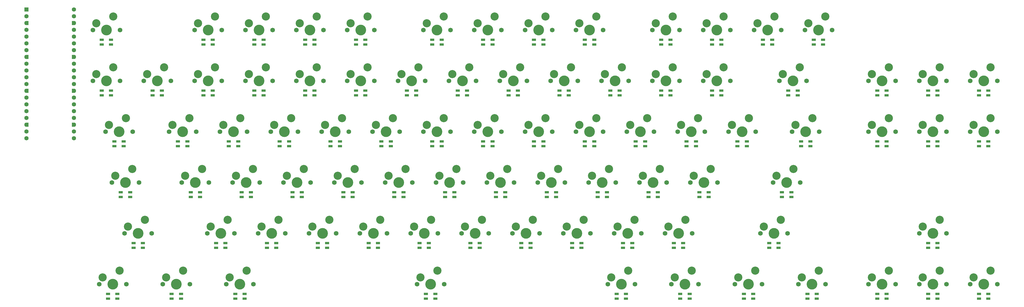
<source format=gbr>
%TF.GenerationSoftware,KiCad,Pcbnew,9.0.1*%
%TF.CreationDate,2025-06-19T17:06:31+02:00*%
%TF.ProjectId,Lucenox,4c756365-6e6f-4782-9e6b-696361645f70,rev?*%
%TF.SameCoordinates,Original*%
%TF.FileFunction,Soldermask,Top*%
%TF.FilePolarity,Negative*%
%FSLAX46Y46*%
G04 Gerber Fmt 4.6, Leading zero omitted, Abs format (unit mm)*
G04 Created by KiCad (PCBNEW 9.0.1) date 2025-06-19 17:06:31*
%MOMM*%
%LPD*%
G01*
G04 APERTURE LIST*
G04 Aperture macros list*
%AMRoundRect*
0 Rectangle with rounded corners*
0 $1 Rounding radius*
0 $2 $3 $4 $5 $6 $7 $8 $9 X,Y pos of 4 corners*
0 Add a 4 corners polygon primitive as box body*
4,1,4,$2,$3,$4,$5,$6,$7,$8,$9,$2,$3,0*
0 Add four circle primitives for the rounded corners*
1,1,$1+$1,$2,$3*
1,1,$1+$1,$4,$5*
1,1,$1+$1,$6,$7*
1,1,$1+$1,$8,$9*
0 Add four rect primitives between the rounded corners*
20,1,$1+$1,$2,$3,$4,$5,0*
20,1,$1+$1,$4,$5,$6,$7,0*
20,1,$1+$1,$6,$7,$8,$9,0*
20,1,$1+$1,$8,$9,$2,$3,0*%
%AMFreePoly0*
4,1,37,0.603843,0.796157,0.639018,0.796157,0.711114,0.766294,0.766294,0.711114,0.796157,0.639018,0.796157,0.603843,0.800000,0.600000,0.800000,-0.600000,0.796157,-0.603843,0.796157,-0.639018,0.766294,-0.711114,0.711114,-0.766294,0.639018,-0.796157,0.603843,-0.796157,0.600000,-0.800000,0.000000,-0.800000,0.000000,-0.796148,-0.078414,-0.796148,-0.232228,-0.765552,-0.377117,-0.705537,
-0.507515,-0.618408,-0.618408,-0.507515,-0.705537,-0.377117,-0.765552,-0.232228,-0.796148,-0.078414,-0.796148,0.078414,-0.765552,0.232228,-0.705537,0.377117,-0.618408,0.507515,-0.507515,0.618408,-0.377117,0.705537,-0.232228,0.765552,-0.078414,0.796148,0.000000,0.796148,0.000000,0.800000,0.600000,0.800000,0.603843,0.796157,0.603843,0.796157,$1*%
%AMFreePoly1*
4,1,37,0.000000,0.796148,0.078414,0.796148,0.232228,0.765552,0.377117,0.705537,0.507515,0.618408,0.618408,0.507515,0.705537,0.377117,0.765552,0.232228,0.796148,0.078414,0.796148,-0.078414,0.765552,-0.232228,0.705537,-0.377117,0.618408,-0.507515,0.507515,-0.618408,0.377117,-0.705537,0.232228,-0.765552,0.078414,-0.796148,0.000000,-0.796148,0.000000,-0.800000,-0.600000,-0.800000,
-0.603843,-0.796157,-0.639018,-0.796157,-0.711114,-0.766294,-0.766294,-0.711114,-0.796157,-0.639018,-0.796157,-0.603843,-0.800000,-0.600000,-0.800000,0.600000,-0.796157,0.603843,-0.796157,0.639018,-0.766294,0.711114,-0.711114,0.766294,-0.639018,0.796157,-0.603843,0.796157,-0.600000,0.800000,0.000000,0.800000,0.000000,0.796148,0.000000,0.796148,$1*%
G04 Aperture macros list end*
%ADD10RoundRect,0.200000X-0.600000X-0.600000X0.600000X-0.600000X0.600000X0.600000X-0.600000X0.600000X0*%
%ADD11C,1.600000*%
%ADD12FreePoly0,0.000000*%
%ADD13FreePoly1,0.000000*%
%ADD14R,1.600000X0.850000*%
%ADD15C,1.750000*%
%ADD16C,3.050000*%
%ADD17C,4.000000*%
G04 APERTURE END LIST*
D10*
%TO.C,A1*%
X26360000Y-40182500D03*
D11*
X26360000Y-42722500D03*
D12*
X26360000Y-45262500D03*
D11*
X26360000Y-47802500D03*
X26360000Y-50342500D03*
X26360000Y-52882500D03*
X26360000Y-55422500D03*
D12*
X26360000Y-57962500D03*
D11*
X26360000Y-60502500D03*
X26360000Y-63042500D03*
X26360000Y-65582500D03*
X26360000Y-68122500D03*
D12*
X26360000Y-70662500D03*
D11*
X26360000Y-73202500D03*
X26360000Y-75742500D03*
X26360000Y-78282500D03*
X26360000Y-80822500D03*
D12*
X26360000Y-83362500D03*
D11*
X26360000Y-85902500D03*
X26360000Y-88442500D03*
X44140000Y-88442500D03*
X44140000Y-85902500D03*
D13*
X44140000Y-83362500D03*
D11*
X44140000Y-80822500D03*
X44140000Y-78282500D03*
X44140000Y-75742500D03*
X44140000Y-73202500D03*
D13*
X44140000Y-70662500D03*
D11*
X44140000Y-68122500D03*
X44140000Y-65582500D03*
X44140000Y-63042500D03*
X44140000Y-60502500D03*
D13*
X44140000Y-57962500D03*
D11*
X44140000Y-55422500D03*
X44140000Y-52882500D03*
X44140000Y-50342500D03*
X44140000Y-47802500D03*
D13*
X44140000Y-45262500D03*
D11*
X44140000Y-42722500D03*
X44140000Y-40182500D03*
%TD*%
D14*
%TO.C,LED71*%
X268830000Y-127725000D03*
X268830000Y-129475000D03*
X272330000Y-129475000D03*
X272330000Y-127725000D03*
%TD*%
D15*
%TO.C,SW_12*%
X298837500Y-47900000D03*
D16*
X300107500Y-45360000D03*
D17*
X303917500Y-47900000D03*
D16*
X306457500Y-42820000D03*
D15*
X308997500Y-47900000D03*
%TD*%
%TO.C,SW_71*%
X265500000Y-124100000D03*
D16*
X266770000Y-121560000D03*
D17*
X270580000Y-124100000D03*
D16*
X273120000Y-119020000D03*
D15*
X275660000Y-124100000D03*
%TD*%
D14*
%TO.C,LED56*%
X221205000Y-108675000D03*
X221205000Y-110425000D03*
X224705000Y-110425000D03*
X224705000Y-108675000D03*
%TD*%
D15*
%TO.C,SW_45*%
X341700000Y-86000000D03*
D16*
X342970000Y-83460000D03*
D17*
X346780000Y-86000000D03*
D16*
X349320000Y-80920000D03*
D15*
X351860000Y-86000000D03*
%TD*%
D14*
%TO.C,LED1*%
X54517500Y-51525000D03*
X54517500Y-53275000D03*
X58017500Y-53275000D03*
X58017500Y-51525000D03*
%TD*%
%TO.C,LED78*%
X247398800Y-146775000D03*
X247398800Y-148525000D03*
X250898800Y-148525000D03*
X250898800Y-146775000D03*
%TD*%
%TO.C,LED81*%
X318836300Y-146775000D03*
X318836300Y-148525000D03*
X322336300Y-148525000D03*
X322336300Y-146775000D03*
%TD*%
%TO.C,LED41*%
X254542500Y-89625000D03*
X254542500Y-91375000D03*
X258042500Y-91375000D03*
X258042500Y-89625000D03*
%TD*%
D15*
%TO.C,SW_37*%
X175012500Y-86000000D03*
D16*
X176282500Y-83460000D03*
D17*
X180092500Y-86000000D03*
D16*
X182632500Y-80920000D03*
D15*
X185172500Y-86000000D03*
%TD*%
D14*
%TO.C,LED16*%
X92617500Y-70575000D03*
X92617500Y-72325000D03*
X96117500Y-72325000D03*
X96117500Y-70575000D03*
%TD*%
D15*
%TO.C,SW_16*%
X89287500Y-66950000D03*
D16*
X90557500Y-64410000D03*
D17*
X94367500Y-66950000D03*
D16*
X96907500Y-61870000D03*
D15*
X99447500Y-66950000D03*
%TD*%
%TO.C,SW_60*%
X305981300Y-105050000D03*
D16*
X307251300Y-102510000D03*
D17*
X311061300Y-105050000D03*
D16*
X313601300Y-99970000D03*
D15*
X316141300Y-105050000D03*
%TD*%
D14*
%TO.C,LED65*%
X154530000Y-127725000D03*
X154530000Y-129475000D03*
X158030000Y-129475000D03*
X158030000Y-127725000D03*
%TD*%
D15*
%TO.C,SW_14*%
X51187500Y-66950000D03*
D16*
X52457500Y-64410000D03*
D17*
X56267500Y-66950000D03*
D16*
X58807500Y-61870000D03*
D15*
X61347500Y-66950000D03*
%TD*%
%TO.C,SW_72*%
X301218800Y-124100000D03*
D16*
X302488800Y-121560000D03*
D17*
X306298800Y-124100000D03*
D16*
X308838800Y-119020000D03*
D15*
X311378800Y-124100000D03*
%TD*%
%TO.C,SW_7*%
X194062500Y-47900000D03*
D16*
X195332500Y-45360000D03*
D17*
X199142500Y-47900000D03*
D16*
X201682500Y-42820000D03*
D15*
X204222500Y-47900000D03*
%TD*%
%TO.C,SW_43*%
X289312500Y-86000000D03*
D16*
X290582500Y-83460000D03*
D17*
X294392500Y-86000000D03*
D16*
X296932500Y-80920000D03*
D15*
X299472500Y-86000000D03*
%TD*%
%TO.C,SW_11*%
X279787500Y-47900000D03*
D16*
X281057500Y-45360000D03*
D17*
X284867500Y-47900000D03*
D16*
X287407500Y-42820000D03*
D15*
X289947500Y-47900000D03*
%TD*%
D14*
%TO.C,LED30*%
X383130000Y-70575000D03*
X383130000Y-72325000D03*
X386630000Y-72325000D03*
X386630000Y-70575000D03*
%TD*%
%TO.C,LED24*%
X245017500Y-70575000D03*
X245017500Y-72325000D03*
X248517500Y-72325000D03*
X248517500Y-70575000D03*
%TD*%
%TO.C,LED33*%
X102142500Y-89625000D03*
X102142500Y-91375000D03*
X105642500Y-91375000D03*
X105642500Y-89625000D03*
%TD*%
%TO.C,LED35*%
X140242500Y-89625000D03*
X140242500Y-91375000D03*
X143742500Y-91375000D03*
X143742500Y-89625000D03*
%TD*%
%TO.C,LED73*%
X364080000Y-127725000D03*
X364080000Y-129475000D03*
X367580000Y-129475000D03*
X367580000Y-127725000D03*
%TD*%
%TO.C,LED4*%
X130717500Y-51525000D03*
X130717500Y-53275000D03*
X134217500Y-53275000D03*
X134217500Y-51525000D03*
%TD*%
D15*
%TO.C,SW_24*%
X241687500Y-66950000D03*
D16*
X242957500Y-64410000D03*
D17*
X246767500Y-66950000D03*
D16*
X249307500Y-61870000D03*
D15*
X251847500Y-66950000D03*
%TD*%
%TO.C,SW_84*%
X379800000Y-143150000D03*
D16*
X381070000Y-140610000D03*
D17*
X384880000Y-143150000D03*
D16*
X387420000Y-138070000D03*
D15*
X389960000Y-143150000D03*
%TD*%
%TO.C,SW_34*%
X117862500Y-86000000D03*
D16*
X119132500Y-83460000D03*
D17*
X122942500Y-86000000D03*
D16*
X125482500Y-80920000D03*
D15*
X128022500Y-86000000D03*
%TD*%
%TO.C,SW_54*%
X179775000Y-105050000D03*
D16*
X181045000Y-102510000D03*
D17*
X184855000Y-105050000D03*
D16*
X187395000Y-99970000D03*
D15*
X189935000Y-105050000D03*
%TD*%
D14*
%TO.C,LED15*%
X73567500Y-70575000D03*
X73567500Y-72325000D03*
X77067500Y-72325000D03*
X77067500Y-70575000D03*
%TD*%
D15*
%TO.C,SW_49*%
X84525000Y-105050000D03*
D16*
X85795000Y-102510000D03*
D17*
X89605000Y-105050000D03*
D16*
X92145000Y-99970000D03*
D15*
X94685000Y-105050000D03*
%TD*%
D14*
%TO.C,LED62*%
X97380000Y-127725000D03*
X97380000Y-129475000D03*
X100880000Y-129475000D03*
X100880000Y-127725000D03*
%TD*%
%TO.C,LED42*%
X273592500Y-89625000D03*
X273592500Y-91375000D03*
X277092500Y-91375000D03*
X277092500Y-89625000D03*
%TD*%
%TO.C,LED46*%
X364080000Y-89625000D03*
X364080000Y-91375000D03*
X367580000Y-91375000D03*
X367580000Y-89625000D03*
%TD*%
%TO.C,LED14*%
X54517500Y-70575000D03*
X54517500Y-72325000D03*
X58017500Y-72325000D03*
X58017500Y-70575000D03*
%TD*%
D15*
%TO.C,SW_19*%
X146437500Y-66950000D03*
D16*
X147707500Y-64410000D03*
D17*
X151517500Y-66950000D03*
D16*
X154057500Y-61870000D03*
D15*
X156597500Y-66950000D03*
%TD*%
%TO.C,SW_8*%
X213112500Y-47900000D03*
D16*
X214382500Y-45360000D03*
D17*
X218192500Y-47900000D03*
D16*
X220732500Y-42820000D03*
D15*
X223272500Y-47900000D03*
%TD*%
%TO.C,SW_26*%
X279787500Y-66950000D03*
D16*
X281057500Y-64410000D03*
D17*
X284867500Y-66950000D03*
D16*
X287407500Y-61870000D03*
D15*
X289947500Y-66950000D03*
%TD*%
D14*
%TO.C,LED2*%
X92617500Y-51525000D03*
X92617500Y-53275000D03*
X96117500Y-53275000D03*
X96117500Y-51525000D03*
%TD*%
D15*
%TO.C,SW_13*%
X317887500Y-47900000D03*
D16*
X319157500Y-45360000D03*
D17*
X322967500Y-47900000D03*
D16*
X325507500Y-42820000D03*
D15*
X328047500Y-47900000D03*
%TD*%
D14*
%TO.C,LED32*%
X83092500Y-89625000D03*
X83092500Y-91375000D03*
X86592500Y-91375000D03*
X86592500Y-89625000D03*
%TD*%
%TO.C,LED23*%
X225967500Y-70575000D03*
X225967500Y-72325000D03*
X229467500Y-72325000D03*
X229467500Y-70575000D03*
%TD*%
D15*
%TO.C,SW_33*%
X98812500Y-86000000D03*
D16*
X100082500Y-83460000D03*
D17*
X103892500Y-86000000D03*
D16*
X106432500Y-80920000D03*
D15*
X108972500Y-86000000D03*
%TD*%
%TO.C,SW_58*%
X255975000Y-105050000D03*
D16*
X257245000Y-102510000D03*
D17*
X261055000Y-105050000D03*
D16*
X263595000Y-99970000D03*
D15*
X266135000Y-105050000D03*
%TD*%
%TO.C,SW_17*%
X108337500Y-66950000D03*
D16*
X109607500Y-64410000D03*
D17*
X113417500Y-66950000D03*
D16*
X115957500Y-61870000D03*
D15*
X118497500Y-66950000D03*
%TD*%
%TO.C,SW_9*%
X232162500Y-47900000D03*
D16*
X233432500Y-45360000D03*
D17*
X237242500Y-47900000D03*
D16*
X239782500Y-42820000D03*
D15*
X242322500Y-47900000D03*
%TD*%
D14*
%TO.C,LED47*%
X383130000Y-89625000D03*
X383130000Y-91375000D03*
X386630000Y-91375000D03*
X386630000Y-89625000D03*
%TD*%
D15*
%TO.C,SW_75*%
X77381300Y-143150000D03*
D16*
X78651300Y-140610000D03*
D17*
X82461300Y-143150000D03*
D16*
X85001300Y-138070000D03*
D15*
X87541300Y-143150000D03*
%TD*%
D14*
%TO.C,LED13*%
X321217500Y-51525000D03*
X321217500Y-53275000D03*
X324717500Y-53275000D03*
X324717500Y-51525000D03*
%TD*%
%TO.C,LED66*%
X173580000Y-127725000D03*
X173580000Y-129475000D03*
X177080000Y-129475000D03*
X177080000Y-127725000D03*
%TD*%
%TO.C,LED50*%
X106905000Y-108675000D03*
X106905000Y-110425000D03*
X110405000Y-110425000D03*
X110405000Y-108675000D03*
%TD*%
%TO.C,LED82*%
X345030000Y-146775000D03*
X345030000Y-148525000D03*
X348530000Y-148525000D03*
X348530000Y-146775000D03*
%TD*%
D15*
%TO.C,SW_79*%
X267881300Y-143150000D03*
D16*
X269151300Y-140610000D03*
D17*
X272961300Y-143150000D03*
D16*
X275501300Y-138070000D03*
D15*
X278041300Y-143150000D03*
%TD*%
%TO.C,SW_62*%
X94050000Y-124100000D03*
D16*
X95320000Y-121560000D03*
D17*
X99130000Y-124100000D03*
D16*
X101670000Y-119020000D03*
D15*
X104210000Y-124100000D03*
%TD*%
D14*
%TO.C,LED20*%
X168817500Y-70575000D03*
X168817500Y-72325000D03*
X172317500Y-72325000D03*
X172317500Y-70575000D03*
%TD*%
D15*
%TO.C,SW_82*%
X341700000Y-143150000D03*
D16*
X342970000Y-140610000D03*
D17*
X346780000Y-143150000D03*
D16*
X349320000Y-138070000D03*
D15*
X351860000Y-143150000D03*
%TD*%
D14*
%TO.C,LED49*%
X87855000Y-108675000D03*
X87855000Y-110425000D03*
X91355000Y-110425000D03*
X91355000Y-108675000D03*
%TD*%
%TO.C,LED60*%
X309311300Y-108675000D03*
X309311300Y-110425000D03*
X312811300Y-110425000D03*
X312811300Y-108675000D03*
%TD*%
D15*
%TO.C,SW_66*%
X170250000Y-124100000D03*
D16*
X171520000Y-121560000D03*
D17*
X175330000Y-124100000D03*
D16*
X177870000Y-119020000D03*
D15*
X180410000Y-124100000D03*
%TD*%
D14*
%TO.C,LED7*%
X197392500Y-51525000D03*
X197392500Y-53275000D03*
X200892500Y-53275000D03*
X200892500Y-51525000D03*
%TD*%
%TO.C,LED5*%
X149767500Y-51525000D03*
X149767500Y-53275000D03*
X153267500Y-53275000D03*
X153267500Y-51525000D03*
%TD*%
%TO.C,LED11*%
X283117500Y-51525000D03*
X283117500Y-53275000D03*
X286617500Y-53275000D03*
X286617500Y-51525000D03*
%TD*%
%TO.C,LED63*%
X116430000Y-127725000D03*
X116430000Y-129475000D03*
X119930000Y-129475000D03*
X119930000Y-127725000D03*
%TD*%
%TO.C,LED79*%
X271211300Y-146775000D03*
X271211300Y-148525000D03*
X274711300Y-148525000D03*
X274711300Y-146775000D03*
%TD*%
D15*
%TO.C,SW_47*%
X379800000Y-86000000D03*
D16*
X381070000Y-83460000D03*
D17*
X384880000Y-86000000D03*
D16*
X387420000Y-80920000D03*
D15*
X389960000Y-86000000D03*
%TD*%
%TO.C,SW_35*%
X136912500Y-86000000D03*
D16*
X138182500Y-83460000D03*
D17*
X141992500Y-86000000D03*
D16*
X144532500Y-80920000D03*
D15*
X147072500Y-86000000D03*
%TD*%
%TO.C,SW_55*%
X198825000Y-105050000D03*
D16*
X200095000Y-102510000D03*
D17*
X203905000Y-105050000D03*
D16*
X206445000Y-99970000D03*
D15*
X208985000Y-105050000D03*
%TD*%
D14*
%TO.C,LED74*%
X56898800Y-146775000D03*
X56898800Y-148525000D03*
X60398800Y-148525000D03*
X60398800Y-146775000D03*
%TD*%
%TO.C,LED21*%
X187867500Y-70575000D03*
X187867500Y-72325000D03*
X191367500Y-72325000D03*
X191367500Y-70575000D03*
%TD*%
D15*
%TO.C,SW_59*%
X275025000Y-105050000D03*
D16*
X276295000Y-102510000D03*
D17*
X280105000Y-105050000D03*
D16*
X282645000Y-99970000D03*
D15*
X285185000Y-105050000D03*
%TD*%
%TO.C,SW_56*%
X217875000Y-105050000D03*
D16*
X219145000Y-102510000D03*
D17*
X222955000Y-105050000D03*
D16*
X225495000Y-99970000D03*
D15*
X228035000Y-105050000D03*
%TD*%
D14*
%TO.C,LED69*%
X230730000Y-127725000D03*
X230730000Y-129475000D03*
X234230000Y-129475000D03*
X234230000Y-127725000D03*
%TD*%
D15*
%TO.C,SW_39*%
X213112500Y-86000000D03*
D16*
X214382500Y-83460000D03*
D17*
X218192500Y-86000000D03*
D16*
X220732500Y-80920000D03*
D15*
X223272500Y-86000000D03*
%TD*%
%TO.C,SW_28*%
X341700000Y-66950000D03*
D16*
X342970000Y-64410000D03*
D17*
X346780000Y-66950000D03*
D16*
X349320000Y-61870000D03*
D15*
X351860000Y-66950000D03*
%TD*%
D14*
%TO.C,LED59*%
X278355000Y-108675000D03*
X278355000Y-110425000D03*
X281855000Y-110425000D03*
X281855000Y-108675000D03*
%TD*%
%TO.C,LED57*%
X240255000Y-108675000D03*
X240255000Y-110425000D03*
X243755000Y-110425000D03*
X243755000Y-108675000D03*
%TD*%
D15*
%TO.C,SW_65*%
X151200000Y-124100000D03*
D16*
X152470000Y-121560000D03*
D17*
X156280000Y-124100000D03*
D16*
X158820000Y-119020000D03*
D15*
X161360000Y-124100000D03*
%TD*%
%TO.C,SW_57*%
X236925000Y-105050000D03*
D16*
X238195000Y-102510000D03*
D17*
X242005000Y-105050000D03*
D16*
X244545000Y-99970000D03*
D15*
X247085000Y-105050000D03*
%TD*%
%TO.C,SW_30*%
X379800000Y-66950000D03*
D16*
X381070000Y-64410000D03*
D17*
X384880000Y-66950000D03*
D16*
X387420000Y-61870000D03*
D15*
X389960000Y-66950000D03*
%TD*%
%TO.C,SW_36*%
X155962500Y-86000000D03*
D16*
X157232500Y-83460000D03*
D17*
X161042500Y-86000000D03*
D16*
X163582500Y-80920000D03*
D15*
X166122500Y-86000000D03*
%TD*%
D14*
%TO.C,LED10*%
X264067500Y-51525000D03*
X264067500Y-53275000D03*
X267567500Y-53275000D03*
X267567500Y-51525000D03*
%TD*%
%TO.C,LED37*%
X178342500Y-89625000D03*
X178342500Y-91375000D03*
X181842500Y-91375000D03*
X181842500Y-89625000D03*
%TD*%
D15*
%TO.C,SW_52*%
X141675000Y-105050000D03*
D16*
X142945000Y-102510000D03*
D17*
X146755000Y-105050000D03*
D16*
X149295000Y-99970000D03*
D15*
X151835000Y-105050000D03*
%TD*%
%TO.C,SW_5*%
X146437500Y-47900000D03*
D16*
X147707500Y-45360000D03*
D17*
X151517500Y-47900000D03*
D16*
X154057500Y-42820000D03*
D15*
X156597500Y-47900000D03*
%TD*%
%TO.C,SW_76*%
X101193800Y-143150000D03*
D16*
X102463800Y-140610000D03*
D17*
X106273800Y-143150000D03*
D16*
X108813800Y-138070000D03*
D15*
X111353800Y-143150000D03*
%TD*%
D14*
%TO.C,LED3*%
X111667500Y-51525000D03*
X111667500Y-53275000D03*
X115167500Y-53275000D03*
X115167500Y-51525000D03*
%TD*%
%TO.C,LED84*%
X383130000Y-146775000D03*
X383130000Y-148525000D03*
X386630000Y-148525000D03*
X386630000Y-146775000D03*
%TD*%
%TO.C,LED55*%
X202155000Y-108675000D03*
X202155000Y-110425000D03*
X205655000Y-110425000D03*
X205655000Y-108675000D03*
%TD*%
D15*
%TO.C,SW_63*%
X113100000Y-124100000D03*
D16*
X114370000Y-121560000D03*
D17*
X118180000Y-124100000D03*
D16*
X120720000Y-119020000D03*
D15*
X123260000Y-124100000D03*
%TD*%
D14*
%TO.C,LED6*%
X178342500Y-51525000D03*
X178342500Y-53275000D03*
X181842500Y-53275000D03*
X181842500Y-51525000D03*
%TD*%
%TO.C,LED29*%
X364080000Y-70575000D03*
X364080000Y-72325000D03*
X367580000Y-72325000D03*
X367580000Y-70575000D03*
%TD*%
%TO.C,LED22*%
X206917500Y-70575000D03*
X206917500Y-72325000D03*
X210417500Y-72325000D03*
X210417500Y-70575000D03*
%TD*%
D15*
%TO.C,SW_41*%
X251212500Y-86000000D03*
D16*
X252482500Y-83460000D03*
D17*
X256292500Y-86000000D03*
D16*
X258832500Y-80920000D03*
D15*
X261372500Y-86000000D03*
%TD*%
D14*
%TO.C,LED68*%
X211680000Y-127725000D03*
X211680000Y-129475000D03*
X215180000Y-129475000D03*
X215180000Y-127725000D03*
%TD*%
D15*
%TO.C,SW_74*%
X53568800Y-143150000D03*
D16*
X54838800Y-140610000D03*
D17*
X58648800Y-143150000D03*
D16*
X61188800Y-138070000D03*
D15*
X63728800Y-143150000D03*
%TD*%
%TO.C,SW_51*%
X122625000Y-105050000D03*
D16*
X123895000Y-102510000D03*
D17*
X127705000Y-105050000D03*
D16*
X130245000Y-99970000D03*
D15*
X132785000Y-105050000D03*
%TD*%
D14*
%TO.C,LED39*%
X216442500Y-89625000D03*
X216442500Y-91375000D03*
X219942500Y-91375000D03*
X219942500Y-89625000D03*
%TD*%
D15*
%TO.C,SW_2*%
X89287500Y-47900000D03*
D16*
X90557500Y-45360000D03*
D17*
X94367500Y-47900000D03*
D16*
X96907500Y-42820000D03*
D15*
X99447500Y-47900000D03*
%TD*%
%TO.C,SW_61*%
X63093800Y-124100000D03*
D16*
X64363800Y-121560000D03*
D17*
X68173800Y-124100000D03*
D16*
X70713800Y-119020000D03*
D15*
X73253800Y-124100000D03*
%TD*%
%TO.C,SW_78*%
X244068800Y-143150000D03*
D16*
X245338800Y-140610000D03*
D17*
X249148800Y-143150000D03*
D16*
X251688800Y-138070000D03*
D15*
X254228800Y-143150000D03*
%TD*%
%TO.C,SW_68*%
X208350000Y-124100000D03*
D16*
X209620000Y-121560000D03*
D17*
X213430000Y-124100000D03*
D16*
X215970000Y-119020000D03*
D15*
X218510000Y-124100000D03*
%TD*%
%TO.C,SW_53*%
X160725000Y-105050000D03*
D16*
X161995000Y-102510000D03*
D17*
X165805000Y-105050000D03*
D16*
X168345000Y-99970000D03*
D15*
X170885000Y-105050000D03*
%TD*%
%TO.C,SW_69*%
X227400000Y-124100000D03*
D16*
X228670000Y-121560000D03*
D17*
X232480000Y-124100000D03*
D16*
X235020000Y-119020000D03*
D15*
X237560000Y-124100000D03*
%TD*%
D14*
%TO.C,LED27*%
X311692500Y-70575000D03*
X311692500Y-72325000D03*
X315192500Y-72325000D03*
X315192500Y-70575000D03*
%TD*%
%TO.C,LED45*%
X345030000Y-89625000D03*
X345030000Y-91375000D03*
X348530000Y-91375000D03*
X348530000Y-89625000D03*
%TD*%
%TO.C,LED61*%
X66423800Y-127725000D03*
X66423800Y-129475000D03*
X69923800Y-129475000D03*
X69923800Y-127725000D03*
%TD*%
D15*
%TO.C,SW_48*%
X58331300Y-105050000D03*
D16*
X59601300Y-102510000D03*
D17*
X63411300Y-105050000D03*
D16*
X65951300Y-99970000D03*
D15*
X68491300Y-105050000D03*
%TD*%
%TO.C,SW_29*%
X360750000Y-66950000D03*
D16*
X362020000Y-64410000D03*
D17*
X365830000Y-66950000D03*
D16*
X368370000Y-61870000D03*
D15*
X370910000Y-66950000D03*
%TD*%
D14*
%TO.C,LED38*%
X197392500Y-89625000D03*
X197392500Y-91375000D03*
X200892500Y-91375000D03*
X200892500Y-89625000D03*
%TD*%
D15*
%TO.C,SW_50*%
X103575000Y-105050000D03*
D16*
X104845000Y-102510000D03*
D17*
X108655000Y-105050000D03*
D16*
X111195000Y-99970000D03*
D15*
X113735000Y-105050000D03*
%TD*%
D14*
%TO.C,LED25*%
X264067500Y-70575000D03*
X264067500Y-72325000D03*
X267567500Y-72325000D03*
X267567500Y-70575000D03*
%TD*%
%TO.C,LED83*%
X364080000Y-146775000D03*
X364080000Y-148525000D03*
X367580000Y-148525000D03*
X367580000Y-146775000D03*
%TD*%
%TO.C,LED53*%
X164055000Y-108675000D03*
X164055000Y-110425000D03*
X167555000Y-110425000D03*
X167555000Y-108675000D03*
%TD*%
D15*
%TO.C,SW_20*%
X165487500Y-66950000D03*
D16*
X166757500Y-64410000D03*
D17*
X170567500Y-66950000D03*
D16*
X173107500Y-61870000D03*
D15*
X175647500Y-66950000D03*
%TD*%
%TO.C,SW_15*%
X70237500Y-66950000D03*
D16*
X71507500Y-64410000D03*
D17*
X75317500Y-66950000D03*
D16*
X77857500Y-61870000D03*
D15*
X80397500Y-66950000D03*
%TD*%
%TO.C,SW_32*%
X79762500Y-86000000D03*
D16*
X81032500Y-83460000D03*
D17*
X84842500Y-86000000D03*
D16*
X87382500Y-80920000D03*
D15*
X89922500Y-86000000D03*
%TD*%
D14*
%TO.C,LED17*%
X111667500Y-70575000D03*
X111667500Y-72325000D03*
X115167500Y-72325000D03*
X115167500Y-70575000D03*
%TD*%
%TO.C,LED8*%
X216442500Y-51525000D03*
X216442500Y-53275000D03*
X219942500Y-53275000D03*
X219942500Y-51525000D03*
%TD*%
D15*
%TO.C,SW_1*%
X51187500Y-47900000D03*
D16*
X52457500Y-45360000D03*
D17*
X56267500Y-47900000D03*
D16*
X58807500Y-42820000D03*
D15*
X61347500Y-47900000D03*
%TD*%
D14*
%TO.C,LED19*%
X149767500Y-70575000D03*
X149767500Y-72325000D03*
X153267500Y-72325000D03*
X153267500Y-70575000D03*
%TD*%
%TO.C,LED58*%
X259305000Y-108675000D03*
X259305000Y-110425000D03*
X262805000Y-110425000D03*
X262805000Y-108675000D03*
%TD*%
%TO.C,LED54*%
X183105000Y-108675000D03*
X183105000Y-110425000D03*
X186605000Y-110425000D03*
X186605000Y-108675000D03*
%TD*%
%TO.C,LED75*%
X80711300Y-146775000D03*
X80711300Y-148525000D03*
X84211300Y-148525000D03*
X84211300Y-146775000D03*
%TD*%
D15*
%TO.C,SW_83*%
X360750000Y-143150000D03*
D16*
X362020000Y-140610000D03*
D17*
X365830000Y-143150000D03*
D16*
X368370000Y-138070000D03*
D15*
X370910000Y-143150000D03*
%TD*%
D14*
%TO.C,LED77*%
X175961300Y-146775000D03*
X175961300Y-148525000D03*
X179461300Y-148525000D03*
X179461300Y-146775000D03*
%TD*%
%TO.C,LED28*%
X345030000Y-70575000D03*
X345030000Y-72325000D03*
X348530000Y-72325000D03*
X348530000Y-70575000D03*
%TD*%
D15*
%TO.C,SW_81*%
X315506300Y-143150000D03*
D16*
X316776300Y-140610000D03*
D17*
X320586300Y-143150000D03*
D16*
X323126300Y-138070000D03*
D15*
X325666300Y-143150000D03*
%TD*%
%TO.C,SW_44*%
X313125000Y-86000000D03*
D16*
X314395000Y-83460000D03*
D17*
X318205000Y-86000000D03*
D16*
X320745000Y-80920000D03*
D15*
X323285000Y-86000000D03*
%TD*%
%TO.C,SW_23*%
X222637500Y-66950000D03*
D16*
X223907500Y-64410000D03*
D17*
X227717500Y-66950000D03*
D16*
X230257500Y-61870000D03*
D15*
X232797500Y-66950000D03*
%TD*%
D14*
%TO.C,LED36*%
X159292500Y-89625000D03*
X159292500Y-91375000D03*
X162792500Y-91375000D03*
X162792500Y-89625000D03*
%TD*%
%TO.C,LED52*%
X145005000Y-108675000D03*
X145005000Y-110425000D03*
X148505000Y-110425000D03*
X148505000Y-108675000D03*
%TD*%
%TO.C,LED67*%
X192630000Y-127725000D03*
X192630000Y-129475000D03*
X196130000Y-129475000D03*
X196130000Y-127725000D03*
%TD*%
D15*
%TO.C,SW_18*%
X127387500Y-66950000D03*
D16*
X128657500Y-64410000D03*
D17*
X132467500Y-66950000D03*
D16*
X135007500Y-61870000D03*
D15*
X137547500Y-66950000D03*
%TD*%
%TO.C,SW_40*%
X232162500Y-86000000D03*
D16*
X233432500Y-83460000D03*
D17*
X237242500Y-86000000D03*
D16*
X239782500Y-80920000D03*
D15*
X242322500Y-86000000D03*
%TD*%
%TO.C,SW_67*%
X189300000Y-124100000D03*
D16*
X190570000Y-121560000D03*
D17*
X194380000Y-124100000D03*
D16*
X196920000Y-119020000D03*
D15*
X199460000Y-124100000D03*
%TD*%
D14*
%TO.C,LED26*%
X283117500Y-70575000D03*
X283117500Y-72325000D03*
X286617500Y-72325000D03*
X286617500Y-70575000D03*
%TD*%
D15*
%TO.C,SW_3*%
X108337500Y-47900000D03*
D16*
X109607500Y-45360000D03*
D17*
X113417500Y-47900000D03*
D16*
X115957500Y-42820000D03*
D15*
X118497500Y-47900000D03*
%TD*%
%TO.C,SW_42*%
X270262500Y-86000000D03*
D16*
X271532500Y-83460000D03*
D17*
X275342500Y-86000000D03*
D16*
X277882500Y-80920000D03*
D15*
X280422500Y-86000000D03*
%TD*%
%TO.C,SW_27*%
X308362500Y-66950000D03*
D16*
X309632500Y-64410000D03*
D17*
X313442500Y-66950000D03*
D16*
X315982500Y-61870000D03*
D15*
X318522500Y-66950000D03*
%TD*%
D14*
%TO.C,LED76*%
X104523800Y-146775000D03*
X104523800Y-148525000D03*
X108023800Y-148525000D03*
X108023800Y-146775000D03*
%TD*%
%TO.C,LED70*%
X249780000Y-127725000D03*
X249780000Y-129475000D03*
X253280000Y-129475000D03*
X253280000Y-127725000D03*
%TD*%
D15*
%TO.C,SW_4*%
X127387500Y-47900000D03*
D16*
X128657500Y-45360000D03*
D17*
X132467500Y-47900000D03*
D16*
X135007500Y-42820000D03*
D15*
X137547500Y-47900000D03*
%TD*%
D14*
%TO.C,LED9*%
X235492500Y-51525000D03*
X235492500Y-53275000D03*
X238992500Y-53275000D03*
X238992500Y-51525000D03*
%TD*%
D15*
%TO.C,SW_64*%
X132150000Y-124100000D03*
D16*
X133420000Y-121560000D03*
D17*
X137230000Y-124100000D03*
D16*
X139770000Y-119020000D03*
D15*
X142310000Y-124100000D03*
%TD*%
D14*
%TO.C,LED40*%
X235492500Y-89625000D03*
X235492500Y-91375000D03*
X238992500Y-91375000D03*
X238992500Y-89625000D03*
%TD*%
%TO.C,LED34*%
X121192500Y-89625000D03*
X121192500Y-91375000D03*
X124692500Y-91375000D03*
X124692500Y-89625000D03*
%TD*%
D15*
%TO.C,SW_80*%
X291693800Y-143150000D03*
D16*
X292963800Y-140610000D03*
D17*
X296773800Y-143150000D03*
D16*
X299313800Y-138070000D03*
D15*
X301853800Y-143150000D03*
%TD*%
%TO.C,SW_6*%
X175012500Y-47900000D03*
D16*
X176282500Y-45360000D03*
D17*
X180092500Y-47900000D03*
D16*
X182632500Y-42820000D03*
D15*
X185172500Y-47900000D03*
%TD*%
D14*
%TO.C,LED18*%
X130717500Y-70575000D03*
X130717500Y-72325000D03*
X134217500Y-72325000D03*
X134217500Y-70575000D03*
%TD*%
D15*
%TO.C,SW_21*%
X184537500Y-66950000D03*
D16*
X185807500Y-64410000D03*
D17*
X189617500Y-66950000D03*
D16*
X192157500Y-61870000D03*
D15*
X194697500Y-66950000D03*
%TD*%
D14*
%TO.C,LED48*%
X61661300Y-108675000D03*
X61661300Y-110425000D03*
X65161300Y-110425000D03*
X65161300Y-108675000D03*
%TD*%
D15*
%TO.C,SW_77*%
X172631300Y-143150000D03*
D16*
X173901300Y-140610000D03*
D17*
X177711300Y-143150000D03*
D16*
X180251300Y-138070000D03*
D15*
X182791300Y-143150000D03*
%TD*%
%TO.C,SW_73*%
X360750000Y-124100000D03*
D16*
X362020000Y-121560000D03*
D17*
X365830000Y-124100000D03*
D16*
X368370000Y-119020000D03*
D15*
X370910000Y-124100000D03*
%TD*%
%TO.C,SW_46*%
X360750000Y-86000000D03*
D16*
X362020000Y-83460000D03*
D17*
X365830000Y-86000000D03*
D16*
X368370000Y-80920000D03*
D15*
X370910000Y-86000000D03*
%TD*%
%TO.C,SW_31*%
X55950000Y-86000000D03*
D16*
X57220000Y-83460000D03*
D17*
X61030000Y-86000000D03*
D16*
X63570000Y-80920000D03*
D15*
X66110000Y-86000000D03*
%TD*%
D14*
%TO.C,LED44*%
X316455000Y-89625000D03*
X316455000Y-91375000D03*
X319955000Y-91375000D03*
X319955000Y-89625000D03*
%TD*%
%TO.C,LED31*%
X59280000Y-89625000D03*
X59280000Y-91375000D03*
X62780000Y-91375000D03*
X62780000Y-89625000D03*
%TD*%
D15*
%TO.C,SW_38*%
X194062500Y-86000000D03*
D16*
X195332500Y-83460000D03*
D17*
X199142500Y-86000000D03*
D16*
X201682500Y-80920000D03*
D15*
X204222500Y-86000000D03*
%TD*%
D14*
%TO.C,LED80*%
X295023800Y-146775000D03*
X295023800Y-148525000D03*
X298523800Y-148525000D03*
X298523800Y-146775000D03*
%TD*%
D15*
%TO.C,SW_25*%
X260737500Y-66950000D03*
D16*
X262007500Y-64410000D03*
D17*
X265817500Y-66950000D03*
D16*
X268357500Y-61870000D03*
D15*
X270897500Y-66950000D03*
%TD*%
D14*
%TO.C,LED43*%
X292642500Y-89625000D03*
X292642500Y-91375000D03*
X296142500Y-91375000D03*
X296142500Y-89625000D03*
%TD*%
D15*
%TO.C,SW_10*%
X260737500Y-47900000D03*
D16*
X262007500Y-45360000D03*
D17*
X265817500Y-47900000D03*
D16*
X268357500Y-42820000D03*
D15*
X270897500Y-47900000D03*
%TD*%
%TO.C,SW_22*%
X203587500Y-66950000D03*
D16*
X204857500Y-64410000D03*
D17*
X208667500Y-66950000D03*
D16*
X211207500Y-61870000D03*
D15*
X213747500Y-66950000D03*
%TD*%
D14*
%TO.C,LED12*%
X302167500Y-51525000D03*
X302167500Y-53275000D03*
X305667500Y-53275000D03*
X305667500Y-51525000D03*
%TD*%
D15*
%TO.C,SW_70*%
X246450000Y-124100000D03*
D16*
X247720000Y-121560000D03*
D17*
X251530000Y-124100000D03*
D16*
X254070000Y-119020000D03*
D15*
X256610000Y-124100000D03*
%TD*%
D14*
%TO.C,LED64*%
X135480000Y-127725000D03*
X135480000Y-129475000D03*
X138980000Y-129475000D03*
X138980000Y-127725000D03*
%TD*%
%TO.C,LED51*%
X125955000Y-108675000D03*
X125955000Y-110425000D03*
X129455000Y-110425000D03*
X129455000Y-108675000D03*
%TD*%
%TO.C,LED72*%
X304548800Y-127725000D03*
X304548800Y-129475000D03*
X308048800Y-129475000D03*
X308048800Y-127725000D03*
%TD*%
M02*

</source>
